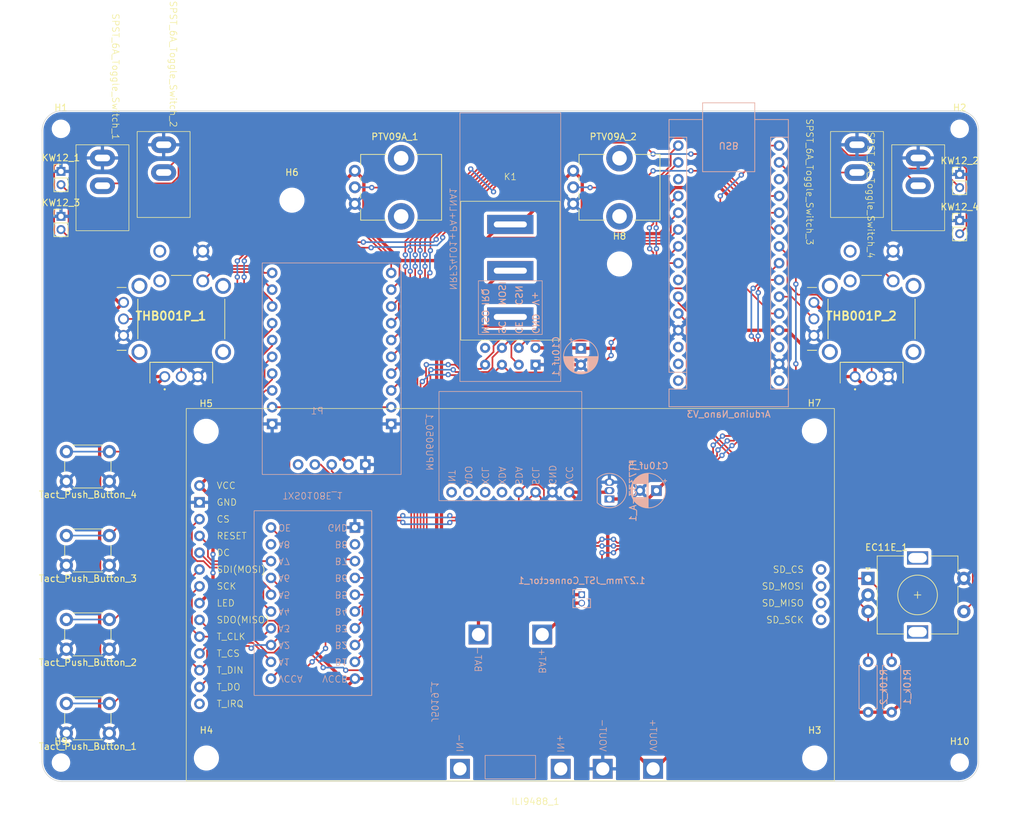
<source format=kicad_pcb>
(kicad_pcb (version 20221018) (generator pcbnew)
  (layers (0 "F.Cu" signal) (31 "B.Cu" signal) (34 "B.Paste" user) (35 "F.Paste" user) (36 "B.SilkS" user "B.Silkscreen") (37 "F.SilkS" user "F.Silkscreen") (38 "B.Mask" user) (39 "F.Mask" user) (44 "Edge.Cuts" user))
  (net 0 "")
  (net 1 "Net-(1.27mm_JST_Connector_1-Pin_1)")
  (net 2 "Net-(1.27mm_JST_Connector_1-Pin_2)")
  (net 6 "GND")
  (net 7 "/RotaryEncoderA (D2)")
  (net 8 "/RotaryEncoderB (D3)")
  (net 10 "/NRF CSN (D5)")
  (net 11 "/NRF CE (D6)")
  (net 12 "/TFT CS (D7)")
  (net 13 "/TFT DC (D8)")
  (net 14 "/Touch Screen CS (D9)")
  (net 15 "/TFT Reset (D10)")
  (net 16 "/MOSI (D11)")
  (net 17 "/MISO (D12)")
  (net 18 "/SCK (D13)")
  (net 19 "/3.3v")
  (net 21 "/Joy Left Y (A0)")
  (net 22 "/Joy Left X (A1)")
  (net 23 "/Pot Left (A6)")
  (net 24 "/Joy Right X (A2)")
  (net 25 "/SDA (A4)")
  (net 26 "/SCL (A5)")
  (net 27 "/Joy Right Y (A3)")
  (net 28 "/Pot Right (A7)")
  (net 29 "/5v")
  (net 32 "Net-(HT7333-A_1-VO)")
  (net 33 "/Rotary Encoder Switch (P00)")
  (net 34 "Net-(ILI9488_1-CS)")
  (net 35 "Net-(ILI9488_1-RESET)")
  (net 36 "Net-(ILI9488_1-DC)")
  (net 37 "Net-(ILI9488_1-SDI(MOSI))")
  (net 38 "Net-(ILI9488_1-SCK)")
  (net 39 "Net-(ILI9488_1-SDO(MISO))")
  (net 40 "Net-(ILI9488_1-T_CS)")
  (net 48 "Net-(J5019_1-BAT+)")
  (net 49 "/Left Bumper A (P07)")
  (net 50 "/Right Bumper A (P11)")
  (net 51 "/Left Bumper B (P10)")
  (net 52 "/Right Bumper B (P12)")
  (net 58 "/Joy Left Button (P01)")
  (net 59 "/Joy Right Button (P02)")
  (net 60 "/Button A (P03)")
  (net 61 "/Button B (P04)")
  (net 62 "/Button C (P05)")
  (net 63 "/Button D (P06)")
  (net 64 "/Toggle A (P13)")
  (net 65 "/Toggle B (P14)")
  (net 66 "/Toggle C (P15)")
  (net 67 "/Toggle D (P16)")
  (net 68 "unconnected-(P1-VDD-Pad18)")
  (footprint "Rotary_Encoder:RotaryEncoder_Alps_EC11E-Switch_Vertical_H20mm" (layer "F.Cu") (at 206.48 113.11)
    (fp_text reference "EC11E_1")
    (fp_text value "RotaryEncoder_Switch")
  )
  (footprint "Potentiometer_THT:Potentiometer_Bourns_PTV09A-1_Single_Vertical" (layer "F.Cu") (at 161.91 56.43)
    (fp_text reference "‎PTV09A_2")
    (fp_text value "R_Potentiometer")
  )
  (footprint "Connector_PinHeader_2.00mm:PinHeader_1x02_P2.00mm_Vertical" (layer "F.Cu") (at 84.455 51.53)
    (fp_text reference "KW12_1")
    (fp_text value "SW_Push Left Bumper A")
  )
  (footprint "Button_Switch_THT:SW_PUSH_6mm" (layer "F.Cu") (at 91.769 98.425 180)
    (fp_text reference "Tact_Push_Button_4")
    (fp_text value "SW_Push D")
  )
  (footprint "MountingHole:MountingHole_3.2mm_M3" (layer "F.Cu") (at 198.380613 90.792332)
    (fp_text reference "H7")
    (fp_text value "MountingHole_Pad")
  )
  (footprint "AddedFootprints:SPST Mini Toggle Switch 2 Pin 2 Position" (layer "F.Cu") (at 99.98 45.495 -90)
    (fp_text reference "SPST_6A_Toggle_Switch_2")
    (fp_text value "SW_DIP_x01")
  )
  (footprint "AddedFootprints:THB001P" (layer "F.Cu") (at 204.535 82.578 180)
    (fp_text reference "THB001P_2")
    (fp_text value "THB001P Joy Right" hide)
  )
  (footprint "MountingHole:MountingHole_3.2mm_M3" (layer "F.Cu") (at 106.406483 90.848865)
    (fp_text reference "H5")
    (fp_text value "MountingHole_Pad")
  )
  (footprint "AddedFootprints:SPST Mini Toggle Switch 2 Pin 2 Position" (layer "F.Cu") (at 214.075 47.495 -90)
    (fp_text reference "SPST_6A_Toggle_Switch_4")
    (fp_text value "SW_DIP_x01")
  )
  (footprint "MountingHole:MountingHole_2.2mm_M2" (layer "F.Cu") (at 84.455 45.085)
    (fp_text reference "H1")
    (fp_text value "MountingHole_Pad")
  )
  (footprint "Connector_PinHeader_2.00mm:PinHeader_1x02_P2.00mm_Vertical" (layer "F.Cu") (at 220.345 58.96)
    (fp_text reference "KW12_4")
    (fp_text value "SW_Push Right Bumper B")
  )
  (footprint "MountingHole:MountingHole_2.2mm_M2" (layer "F.Cu") (at 220.345 140.97)
    (fp_text reference "H10")
    (fp_text value "MountingHole_Pad")
  )
  (footprint "AddedFootprints:KCD1 Mini Rocker Switch" (layer "F.Cu") (at 152.4 66.548)
    (fp_text reference "K1")
    (fp_text value "KCD1 Power Switch")
  )
  (footprint "AddedFootprints:THB001P" (layer "F.Cu") (at 100.145 82.578 180)
    (fp_text reference "THB001P_1")
    (fp_text value "THB001P Joy Left" hide)
  )
  (footprint "MountingHole:MountingHole_2.2mm_M2" (layer "F.Cu") (at 84.455 140.97)
    (fp_text reference "H9")
    (fp_text value "MountingHole_Pad")
  )
  (footprint "MountingHole:MountingHole_3.2mm_M3" (layer "F.Cu") (at 119.38 55.88)
    (fp_text reference "H6")
    (fp_text value "MountingHole_Pad")
  )
  (footprint "MountingHole:MountingHole_2.2mm_M2" (layer "F.Cu") (at 220.345 45.085)
    (fp_text reference "H2")
    (fp_text value "MountingHole_Pad")
  )
  (footprint "MountingHole:MountingHole_3.2mm_M3" (layer "F.Cu") (at 106.445281 140.281516)
    (fp_text reference "H4")
    (fp_text value "MountingHole_Pad")
  )
  (footprint "Button_Switch_THT:SW_PUSH_6mm" (layer "F.Cu") (at 91.769 111.125 180)
    (fp_text reference "Tact_Push_Button_3")
    (fp_text value "SW_Push C")
  )
  (footprint "MountingHole:MountingHole_3.2mm_M3" (layer "F.Cu") (at 198.426474 140.286325)
    (fp_text reference "H3")
    (fp_text value "MountingHole_Pad")
  )
  (footprint "AddedFootprints:SPST Mini Toggle Switch 2 Pin 2 Position" (layer "F.Cu") (at 204.82 45.495 -90)
    (fp_text reference "SPST_6A_Toggle_Switch_3")
    (fp_text value "SW_DIP_x01")
  )
  (footprint "Button_Switch_THT:SW_PUSH_6mm" (layer "F.Cu") (at 91.769 123.825 180)
    (fp_text reference "Tact_Push_Button_2")
    (fp_text value "SW_Push B")
  )
  (footprint "Connector_PinHeader_2.00mm:PinHeader_1x02_P2.00mm_Vertical" (layer "F.Cu") (at 84.455 58.325)
    (fp_text reference "KW12_3")
    (fp_text value "SW_Push Left Bumper B")
  )
  (footprint "MountingHole:MountingHole_3.2mm_M3" (layer "F.Cu") (at 168.91 65.532)
    (fp_text reference "H8")
    (fp_text value "MountingHole_Pad")
  )
  (footprint "Button_Switch_THT:SW_PUSH_6mm" (layer "F.Cu") (at 91.769 136.525 180)
    (fp_text reference "Tact_Push_Button_1")
    (fp_text value "SW_Push A")
  )
  (footprint "AddedFootprints:SPST Mini Toggle Switch 2 Pin 2 Position" (layer "F.Cu") (at 90.725 47.495 -90)
    (fp_text reference "SPST_6A_Toggle_Switch_1")
    (fp_text value "SW_DIP_x01")
  )
  (footprint "Potentiometer_THT:Potentiometer_Bourns_PTV09A-1_Single_Vertical" (layer "F.Cu") (at 128.89 56.43)
    (fp_text reference "‎PTV09A_1")
    (fp_text value "R_Potentiometer")
  )
  (footprint "Connector_PinHeader_2.00mm:PinHeader_1x02_P2.00mm_Vertical" (layer "F.Cu") (at 220.345 51.975)
    (fp_text reference "KW12_2")
    (fp_text value "SW_Push Right Bumper A")
  )
  (footprint "AddedFootprints:3.5 Inch Screen SPI_Module_ILI9488" (layer "F.Cu") (at 105.4 99.06)
    (fp_text reference "ILI9488_1")
    (fp_text value "Screen ILI9488")
  )
  (footprint "Resistor_THT:R_Axial_DIN0207_L6.3mm_D2.5mm_P7.62mm_Horizontal" (layer "B.Cu") (at 206.502 133.35 90)
    (fp_text reference "R10k_2")
    (fp_text value "R 10k")
  )
  (footprint "Package_TO_SOT_THT:TO-92_Inline" (layer "B.Cu") (at 167.386 101.092 90)
    (fp_text reference "HT7333-A_1")
    (fp_text value "HT7333-3.3_TO92")
  )
  (footprint "Connector_PinSocket_1.27mm:PinSocket_1x02_P1.27mm_Vertical" (layer "B.Cu") (at 163.195 115.57 180)
    (fp_text reference "1.27mm_JST_Connector_1")
    (fp_text value "Conn_01x02_Socket")
  )
  (footprint "AddedFootprints:MPU6050 Gyroscope" (layer "B.Cu") (at 161.299313 100.065419 90)
    (fp_text reference "MPU6050_1")
    (fp_text value "MPU6050 Gyroscope")
  )
  (footprint "AddedFootprints:J5019 Charger" (layer "B.Cu") (at 173.993722 141.916834 90)
    (fp_text reference "J5019_1")
    (fp_text value "J5019 Charger")
  )
  (footprint "AddedFootprints:NRF24L01+ Antenna" (layer "B.Cu") (at 156.21 80.772 90)
    (fp_text reference "NRF24L01+PA+LNA1")
    (fp_text value "NRF24L01")
  )
  (footprint "Module:Arduino_Nano" (layer "B.Cu") (at 177.8 83.185)
    (fp_text reference "Arduino_Nano_V3")
    (fp_text value "Arduino_Nano_v2.x")
  )
  (footprint "AddedFootprints:PCF8575 Module" (layer "B.Cu") (at 135.89 65.38 180)
    (fp_text reference "P1")
    (fp_text value "PCF8575 ")
  )
  (footprint "AddedFootprints:HW-221 Level Shifter" (layer "B.Cu") (at 116.205 128.27)
    (fp_text reference "TXS0108E_1")
    (fp_text value "Level Shifter TXS0108EPW")
  )
  (footprint "Resistor_THT:R_Axial_DIN0207_L6.3mm_D2.5mm_P7.62mm_Horizontal" (layer "B.Cu") (at 210.058 133.35 90)
    (fp_text reference "R10k_1")
    (fp_text value "R 10k")
  )
  (footprint "Capacitor_THT:CP_Radial_D5.0mm_P2.50mm" (layer "B.Cu") (at 174.498 99.822 180)
    (fp_text reference "C10uf_3")
    (fp_text value "10uf")
  )
  (footprint "Capacitor_THT:CP_Radial_D5.0mm_P2.50mm" (layer "B.Cu") (at 163.068 78.296888 -90)
    (fp_text reference "C10uf_1")
    (fp_text value "10uf")
  )
  (gr_arc (start 223.2125 140.8275) (mid 222.33382 142.94882) (end 220.2125 143.8275) (stroke (width 0.1)) (layer "Edge.Cuts"))
  (gr_line (start 81.6075 140.8275) (end 81.6075 45.3545) (stroke (width 0.1)) (layer "Edge.Cuts"))
  (gr_line (start 84.6075 42.3545) (end 220.2125 42.3545) (stroke (width 0.1)) (layer "Edge.Cuts"))
  (gr_arc (start 84.6075 143.8275) (mid 82.48618 142.94882) (end 81.6075 140.8275) (stroke (width 0.1)) (layer "Edge.Cuts"))
  (gr_line (start 223.2125 45.3545) (end 223.2125 140.8275) (stroke (width 0.1)) (layer "Edge.Cuts"))
  (gr_line (start 220.2125 143.8275) (end 84.6075 143.8275) (stroke (width 0.1)) (layer "Edge.Cuts"))
  (gr_arc (start 81.6075 45.3545) (mid 82.48618 43.23318) (end 84.6075 42.3545) (stroke (width 0.1)) (layer "Edge.Cuts"))
  (gr_arc (start 220.2125 42.3545) (mid 222.33382 43.23318) (end 223.2125 45.3545) (stroke (width 0.1)) (layer "Edge.Cuts"))
  (segment (start 141.9865 109.7285) (end 147.828 115.57) (width 0.5) (layer "F.Cu") (net 1))
  (segment (start 141.9865 76.836734) (end 141.9865 109.7285) (width 0.5) (layer "F.Cu") (net 1))
  (segment (start 151.003 74.945) (end 143.878234 74.945) (width 0.5) (layer "F.Cu") (net 1))
  (segment (start 143.878234 74.945) (end 141.9865 76.836734) (width 0.5) (layer "F.Cu") (net 1))
  (segment (start 147.828 115.57) (end 163.195 115.57) (width 0.5) (layer "F.Cu") (net 1))
  (segment (start 152.4 73.548) (end 151.003 74.945) (width 0.5) (layer "F.Cu") (net 1))
  (segment (start 157.559166 121.596834) (end 157.229722 121.596834) (width 0.5) (layer "F.Cu") (net 2))
  (segment (start 163.195 116.84) (end 162.316 116.84) (width 0.5) (layer "F.Cu") (net 2))
  (segment (start 162.316 116.84) (end 157.559166 121.596834) (width 0.5) (layer "F.Cu") (net 2))
  (segment (start 156.21 80.772) (end 163.043112 80.772) (width 0.5) (layer "F.Cu") (net 6))
  (segment (start 163.043112 80.772) (end 163.068 80.796888) (width 0.5) (layer "F.Cu") (net 6))
  (segment (start 177.8 73.025) (end 179.07 74.295) (width 0.25) (layer "F.Cu") (net 7))
  (segment (start 204.766 116.396) (end 206.48 118.11) (width 0.25) (layer "F.Cu") (net 7))
  (segment (start 206.502 125.73) (end 206.502 118.132) (width 0.25) (layer "F.Cu") (net 7))
  (segment (start 206.502 118.132) (end 206.48 118.11) (width 0.25) (layer "F.Cu") (net 7))
  (segment (start 204.766 113.58) (end 204.766 116.396) (width 0.25) (layer "F.Cu") (net 7))
  (segment (start 179.07 87.884) (end 204.766 113.58) (width 0.25) (layer "F.Cu") (net 7))
  (segment (start 179.07 74.295) (end 179.07 87.884) (width 0.25) (layer "F.Cu") (net 7))
  (segment (start 177.8 71.412838) (end 179.54 73.152838) (width 0.25) (layer "F.Cu") (net 8))
  (segment (start 210.058 116.688) (end 206.48 113.11) (width 0.25) (layer "F.Cu") (net 8))
  (segment (start 177.8 70.485) (end 177.8 71.412838) (width 0.25) (layer "F.Cu") (net 8))
  (segment (start 210.058 125.73) (end 210.058 116.688) (width 0.25) (layer "F.Cu") (net 8))
  (segment (start 204.96068 113.11) (end 206.48 113.11) (width 0.25) (layer "F.Cu") (net 8))
  (segment (start 179.54 87.68932) (end 204.96068 113.11) (width 0.25) (layer "F.Cu") (net 8))
  (segment (start 179.54 73.152838) (end 179.54 87.68932) (width 0.25) (layer "F.Cu") (net 8))
  (segment (start 175.438 65.89168) (end 175.92468 65.405) (width 0.25) (layer "F.Cu") (net 10))
  (segment (start 166.08 77.125) (end 175.438 67.767) (width 0.25) (layer "F.Cu") (net 10))
  (segment (start 175.438 67.767) (end 175.438 65.89168) (width 0.25) (layer "F.Cu") (net 10))
  (segment (start 175.92468 65.405) (end 177.8 65.405) (width 0.25) (layer "F.Cu") (net 10))
  (segment (start 153.67 78.232) (end 154.777 77.125) (width 0.25) (layer "F.Cu") (net 10))
  (segment (start 154.777 77.125) (end 166.08 77.125) (width 0.25) (layer "F.Cu") (net 10))
  (segment (start 153.68824 76.655) (end 165.88532 76.655) (width 0.25) (layer "F.Cu") (net 11))
  (segment (start 174.968 65.697) (end 177.8 62.865) (width 0.25) (layer "F.Cu") (net 11))
  (segment (start 152.563 79.665) (end 152.563 77.78024) (width 0.25) (layer "F.Cu") (net 11))
  (segment (start 152.563 77.78024) (end 153.68824 76.655) (width 0.25) (layer "F.Cu") (net 11))
  (segment (start 165.88532 76.655) (end 174.968 67.57232) (width 0.25) (layer "F.Cu") (net 11))
  (segment (start 153.67 80.772) (end 152.563 79.665) (width 0.25) (layer "F.Cu") (net 11))
  (segment (start 174.968 67.57232) (end 174.968 65.697) (width 0.25) (layer "F.Cu") (net 11))
  (segment (start 150.245 62.48) (end 175.645 62.48) (width 0.25) (layer "F.Cu") (net 12))
  (segment (start 175.645 62.48) (end 177.8 60.325) (width 0.25) (layer "F.Cu") (net 12))
  (segment (start 147.32 65.405) (end 150.245 62.48) (width 0.25) (layer "F.Cu") (net 12))
  (segment (start 138.354 108.661) (end 138.354 77.055944) (width 0.25) (layer "F.Cu") (net 12))
  (segment (start 138.745 76.664944) (end 138.745 73.951716) (width 0.25) (layer "F.Cu") (net 12))
  (segment (start 128.905 118.11) (end 138.354 108.661) (width 0.25) (layer "F.Cu") (net 12))
  (segment (start 147.291716 65.405) (end 147.32 65.405) (width 0.25) (layer "F.Cu") (net 12))
  (segment (start 138.745 73.951716) (end 147.291716 65.405) (width 0.25) (layer "F.Cu") (net 12))
  (segment (start 138.354 77.055944) (end 138.745 76.664944) (width 0.25) (layer "F.Cu") (net 12))
  (segment (start 137.884 80.86973) (end 137.864 80.84973) (width 0.25) (layer "F.Cu") (net 13))
  (segment (start 130.78032 115.57) (end 137.884 108.46632) (width 0.25) (layer "F.Cu") (net 13))
  (segment (start 137.864 80.84973) (end 137.864 76.909548) (width 0.25) (layer "F.Cu") (net 13))
  (segment (start 138.295 73.76532) (end 150.05032 62.01) (width 0.25) (layer "F.Cu") (net 13))
  (segment (start 176.655 60.80532) (end 176.655 58.93) (width 0.25) (layer "F.Cu") (net 13))
  (segment (start 128.905 115.57) (end 130.78032 115.57) (width 0.25) (layer "F.Cu") (net 13))
  (segment (start 137.884 108.46632) (end 137.884 80.86973) (width 0.25) (layer "F.Cu") (net 13))
  (segment (start 176.655 58.93) (end 177.8 57.785) (width 0.25) (layer "F.Cu") (net 13))
  (segment (start 150.05032 62.01) (end 175.45032 62.01) (width 0.25) (layer "F.Cu") (net 13))
  (segment (start 175.45032 62.01) (end 176.655 60.80532) (width 0.25) (layer "F.Cu") (net 13))
  (segment (start 137.864 76.909548) (end 138.295 76.478548) (width 0.25) (layer "F.Cu") (net 13))
  (segment (start 138.295 76.478548) (end 138.295 73.76532) (width 0.25) (layer "F.Cu") (net 13))
  (segment (start 176.185 60.61064) (end 175.25564 61.54) (width 0.25) (layer "F.Cu") (net 14))
  (segment (start 176.185 56.733) (end 176.185 60.61064) (width 0.25) (layer "F.Cu") (net 14))
  (segment (start 137.845 73.55064) (end 137.845 76.292152) (width 0.25) (layer "F.Cu") (net 14))
  (segment (start 132.65564 113.03) (end 128.905 113.03) (width 0.25) (layer "F.Cu") (net 14))
  (segment (start 137.845 76.292152) (end 137.414 76.723152) (width 0.25) (layer "F.Cu") (net 14))
  (segment (start 177.8 55.245) (end 177.673 55.245) (width 0.25) (layer "F.Cu") (net 14))
  (segment (start 137.414 108.27164) (end 132.65564 113.03) (width 0.25) (layer "F.Cu") (net 14))
  (segment (start 177.673 55.245) (end 176.185 56.733) (width 0.25) (layer "F.Cu") (net 14))
  (segment (start 175.25564 61.54) (end 149.85564 61.54) (width 0.25) (layer "F.Cu") (net 14))
  (segment (start 149.85564 61.54) (end 137.845 73.55064) (width 0.25) (layer "F.Cu") (net 14))
  (segment (start 137.414 76.723152) (end 137.414 108.27164) (width 0.25) (layer "F.Cu") (net 14))
  (segment (start 116.39 84.66) (end 115.39468 84.66) (width 0.25) (layer "F.Cu") (net 15))
  (segment (start 114.673 133.485) (end 122.428 125.73) (width 0.25) (layer "F.Cu") (net 15))
  (segment (start 128.651 110.236) (end 128.905 110.49) (width 0.25) (layer "F.Cu") (net 15))
  (segment (start 125.73 110.236) (end 128.651 110.236) (width 0.25) (layer "F.Cu") (net 15))
  (segment (start 124.46 123.698) (end 124.46 111.506) (width 0.25) (layer "F.Cu") (net 15))
  (segment (start 124.46 111.506) (end 125.73 110.236) (width 0.25) (layer "F.Cu") (net 15))
  (segment (start 99.195 133.485) (end 114.673 133.485) (width 0.25) (layer "F.Cu") (net 15))
  (segment (start 103.90272 86.208) (end 95.212 94.89872) (width 0.25) (layer "F.Cu") (net 15))
  (segment (start 95.212 94.89872) (end 95.212 129.502) (width 0.25) (layer "F.Cu") (net 15))
  (segment (start 113.84668 86.208) (end 103.90272 86.208) (width 0.25) (layer "F.Cu") (net 15))
  (segment (start 115.39468 84.66) (end 113.84668 86.208) (width 0.25) (layer "F.Cu") (net 15))
  (segment (start 95.212 129.502) (end 99.195 133.485) (width 0.25) (layer "F.Cu") (net 15))
  (via (at 124.46 123.698) (size 0.8) (drill 0.4) (layers "F.Cu" "B.Cu") (net 15))
  (via (at 122.428 125.73) (size 0.8) (drill 0.4) (layers "F.Cu" "B.Cu") (net 15))
  (segment (start 122.428 125.73) (end 124.46 123.698) (width 0.25) (layer "B.Cu") (net 15))
  (segment (start 174.498371 60.02782) (end 174.498371 53.466629) (width 0.25) (layer "F.Cu") (net 16))
  (segment (start 130.99 118.01904) (end 130.99 123.645) (width 0.25) (layer "F.Cu") (net 16))
  (segment (start 140.1215 82.30682) (end 140.3135 82.49882) (width 0.25) (layer "F.Cu") (net 16))
  (segment (start 144.109 81.879) (end 149.04176 81.879) (width 0.25) (layer "F.Cu") (net 16))
  (segment (start 139.764 109.24504) (end 130.99 118.01904) (width 0.25) (layer "F.Cu") (net 16))
  (segment (start 149.697 79.665) (end 151.13 78.232) (width 0.25) (layer "F.Cu") (net 16))
  (segment (start 165.69064 76.185) (end 153.177 76.185) (width 0.25) (layer "F.Cu") (net 16))
  (segment (start 149.697 81.22376) (end 149.697 79.665) (width 0.25) (layer "F.Cu") (net 16))
  (segment (start 174.498 67.37764) (end 165.69064 76.185) (width 0.25) (layer "F.Cu") (net 16))
  (segment (start 174.498 63.2245) (end 174.498 67.37764) (width 0.25) (layer "F.Cu") (net 16))
  (segment (start 140.3965 81.534) (end 140.1215 81.809) (width 0.25) (layer "F.Cu") (net 16))
  (segment (start 174.450691 60.0755) (end 174.498371 60.02782) (width 0.25) (layer "F.Cu") (net 16))
  (segment (start 140.3135 83.81527) (end 139.764 84.36477) (width 0.25) (layer "F.Cu") (net 16))
  (segment (start 153.177 76.185) (end 151.13 78.232) (width 0.25) (layer "F.Cu") (net 16))
  (segment (start 149.04176 81.879) (end 149.697 81.22376) (width 0.25) (layer "F.Cu") (net 16))
  (segment (start 139.764 84.36477) (end 139.764 109.24504) (width 0.25) (layer "F.Cu") (net 16))
  (segment (start 140.1215 81.809) (end 140.1215 82.30682) (width 0.25) (layer "F.Cu") (net 16))
  (segment (start 130.99 123.645) (end 128.905 125.73) (width 0.25) (layer "F.Cu") (net 16))
  (segment (start 174.498371 53.466629) (end 177.8 50.165) (width 0.25) (layer "F.Cu") (net 16))
  (segment (start 140.3135 82.49882) (end 140.3135 83.81527) (width 0.25) (layer "F.Cu") (net 16))
  (segment (start 143.764 81.534) (end 144.109 81.879) (width 0.25) (layer "F.Cu") (net 16))
  (via (at 174.450691 60.0755) (size 0.8) (drill 0.4) (layers "F.Cu" "B.Cu") (net 16))
  (via (at 143.764 81.534) (size 0.8) (drill 0.4) (layers "F.Cu" "B.Cu") (net 16))
  (via (at 174.498 63.2245) (size 0.8) (drill 0.4) (layers "F.Cu" "B.Cu") (net 16))
  (via (at 140.3965 81.534) (size 0.8) (drill 0.4) (layers "F.Cu" "B.Cu") (net 16))
  (segment (start 174.498 63.2245) (end 174.450691 63.177191) (width 0.25) (layer "B.Cu") (net 16))
  (segment (start 143.764 81.534) (end 140.3965 81.534) (width 0.25) (layer "B.Cu") (net 16))
  (segment (start 174.450691 63.177191) (end 174.450691 60.0755) (width 0.25) (layer "B.Cu") (net 16))
  (segment (start 176.655 48.77) (end 177.8 47.625) (width 0.25) (layer "F.Cu") (net 17))
  (segment (start 173.431188 60.041413) (end 174.028371 59.44423) (width 0.25) (layer "F.Cu") (net 17))
  (segment (start 139.294 109.05036) (end 130.52 117.82436) (width 0.25) (layer "F.Cu") (net 17))
  (segment (start 144.69259 81.409) (end 144.05559 80.772) (width 0.25) (layer "F.Cu") (net 17))
  (segment (start 139.6515 80.8205) (end 139.6515 82.5015) (width 0.25) (layer "F.Cu") (net 17))
  (segment (start 173.478497 63.258587) (end 174.028 63.80809) (width 0.25) (layer "F.Cu") (net 17))
  (segment (start 149.86 78.83732) (end 148.59 80.10732) (width 0.25) (layer "F.Cu") (net 17))
  (segment (start 139.7 80.772) (end 139.6515 80.8205) (width 0.25) (layer "F.Cu") (net 17))
  (segment (start 148.59 80.10732) (end 148.59 80.772) (width 0.25) (layer "F.Cu") (net 17))
  (segment (start 149.86 77.94324) (end 149.86 78.83732) (width 0.25) (layer "F.Cu") (net 17))
  (segment (start 174.028 63.80809) (end 174.028 67.18296) (width 0.25) (layer "F.Cu") (net 17))
  (segment (start 139.8435 82.6935) (end 139.8435 83.62059) (width 0.25) (layer "F.Cu") (net 17))
  (segment (start 165.49596 75.715) (end 152.08824 75.715) (width 0.25) (layer "F.Cu") (net 17))
  (segment (start 148.59 80.772) (end 147.953 81.409) (width 0.25) (layer "F.Cu") (net 17))
  (segment (start 173.478497 63.2245) (end 173.478497 63.258587) (width 0.25) (layer "F.Cu") (net 17))
  (segment (start 139.294 84.17009) (end 139.294 109.05036) (width 0.25) (layer "F.Cu") (net 17))
  (segment (start 130.52 117.82436) (end 130.52 121.575) (width 0.25) (layer "F.Cu") (net 17))
  (segment (start 152.08824 75.715) (end 149.86 77.94324) (width 0.25) (layer "F.Cu") (net 17))
  (segment (start 174.028371 59.44423) (end 174.028371 53.271949) (width 0.25) (layer "F.Cu") (net 17))
  (segment (start 174.028 67.18296) (end 165.49596 75.715) (width 0.25) (layer "F.Cu") (net 17))
  (segment (start 173.431188 60.0755) (end 173.431188 60.041413) (width 0.25) (layer "F.Cu") (net 17))
  (segment (start 144.05559 80.772) (end 143.002 80.772) (width 0.25) (layer "F.Cu") (net 17))
  (segment (start 130.52 121.575) (end 128.905 123.19) (width 0.25) (layer "F.Cu") (net 17))
  (segment (start 139.8435 83.62059) (end 139.294 84.17009) (width 0.25) (layer "F.Cu") (net 17))
  (segment (start 147.953 81.409) (end 144.69259 81.409) (width 0.25) (layer "F.Cu") (net 17))
  (segment (start 139.6515 82.5015) (end 139.8435 82.6935) (width 0.25) (layer "F.Cu") (net 17))
  (segment (start 174.028371 53.271949) (end 176.655 50.64532) (width 0.25) (layer "F.Cu") (net 17))
  (segment (start 176.655 50.64532) (end 176.655 48.77) (width 0.25) (layer "F.Cu") (net 17))
  (via (at 173.478497 63.2245) (size 0.8) (drill 0.4) (layers "F.Cu" "B.Cu") (net 17))
  (via (at 139.7 80.772) (size 0.8) (drill 0.4) (layers "F.Cu" "B.Cu") (net 17))
  (via (at 173.431188 60.0755) (size 0.8) (drill 0.4) (layers "F.Cu" "B.Cu") (net 17))
  (via (at 143.002 80.772) (size 0.8) (drill 0.4) (layers "F.Cu" "B.Cu") (net 17))
  (segment (start 173.482 63.220997) (end 173.482 60.160399) (width 0.25) (layer "B.Cu") (net 17))
  (segment (start 173.431188 60.109587) (end 173.431188 60.0755) (width 0.25) (layer "B.Cu") (net 17))
  (segment (start 143.002 80.772) (end 139.7 80.772) (width 0.25) (layer "B.Cu") (net 17))
  (segment (start 173.482 60.160399) (end 173.431188 60.109587) (width 0.25) (layer "B.Cu") (net 17))
  (segment (start 173.478497 63.2245) (end 173.482 63.220997) (width 0.25) (layer "B.Cu") (net 17))
  (segment (start 138.824 108.85568) (end 130.05 117.62968) (width 0.25) (layer "F.Cu") (net 18))
  (segment (start 175.852388 69.215) (end 167.64 77.427388) (width 0.25) (layer "F.Cu") (net 18))
  (segment (start 179.07 69.215) (end 175.852388 69.215) (width 0.25) (layer "F.Cu") (net 18))
  (segment (start 167.64 79.375) (end 165.073112 81.941888) (width 0.25) (layer "F.Cu") (net 18))
  (segment (start 193.04 47.625) (end 191.77 47.625) (width 0.25) (layer "F.Cu") (net 18))
  (segment (start 139.0985 83.312) (end 138.824 83.5865) (width 0.25) (layer "F.Cu") (net 18))
  (segment (start 143.0725 82.349) (end 149.553 82.349) (width 0.25) (layer "F.Cu") (net 18))
  (segment (start 165.073112 81.941888) (end 152.299888 81.941888) (width 0.25) (layer "F.Cu") (net 18))
  (segment (start 152.299888 81.941888) (end 151.13 80.772) (width 0.25) (layer "F.Cu") (net 18))
  (segment (start 184.15 64.135) (end 179.07 69.215) (width 0.25) (layer "F.Cu") (net 18))
  (segment (start 143.002 82.2785) (end 143.0725 82.349) (width 0.25) (layer "F.Cu") (net 18))
  (segment (start 191.77 47.625) (end 187.325 52.07) (width 0.25) (layer "F.Cu") (net 18))
  (segment (start 149.553 82.349) (end 151.13 80.772) (width 0.25) (layer "F.Cu") (net 18))
  (segment (start 184.15 55.245) (end 184.15 64.135) (width 0.25) (layer "F.Cu") (net 18))
  (segment (start 130.05 119.505) (end 128.905 120.65) (width 0.25) (layer "F.Cu") (net 18))
  (segment (start 130.05 117.62968) (end 130.05 119.505) (width 0.25) (layer "F.Cu") (net 18))
  (segment (start 138.824 83.5865) (end 138.824 108.85568) (width 0.25) (layer "F.Cu") (net 18))
  (via (at 184.15 55.245) (size 0.8) (drill 0.4) (layers "F.Cu" "B.Cu") (net 18))
  (via (at 167.64 79.375) (size 0.8) (drill 0.4) (layers "F.Cu" "B.Cu") (net 18))
  (via (at 143.002 82.2785) (size 0.8) (drill 0.4) (layers "F.Cu" "B.Cu") (net 18))
  (via (at 139.0985 83.312) (size 0.8) (drill 0.4) (layers "F.Cu" "B.Cu") (net 18))
  (via (at 167.64 77.427388) (size 0.8) (drill 0.4) (layers "F.Cu" "B.Cu") (net 18))
  (via (at 187.325 52.07) (size 0.8) (drill 0.4) (layers "F.Cu" "B.Cu") (net 18))
  (segment (start 140.1145 82.296) (end 142.9845 82.296) (width 0.25) (layer "B.Cu") (net 18))
  (segment (start 139.0985 83.312) (end 140.1145 82.296) (width 0.25) (layer "B.Cu") (net 18))
  (segment (start 167.64 77.427388) (end 167.64 79.375) (width 0.25) (layer "B.Cu") (net 18))
  (segment (start 142.9845 82.296) (end 143.002 82.2785) (width 0.25) (layer "B.Cu") (net 18))
  (segment (start 187.325 52.07) (end 184.15 55.245) (width 0.25) (layer "B.Cu") (net 18))
  (segment (start 155.643904 127) (end 127.508 127) (width 0.25) (layer "F.Cu") (net 19))
  (segment (start 166.2625 109.22) (end 166.2625 116.381404) (width 0.25) (layer "F.Cu") (net 19))
  (segment (start 118.29 107.495) (end 118.29 126.185) (width 0.25) (layer "F.Cu") (net 19))
  (segment (start 195.58 83.566) (end 186.129385 93.016615) (width 0.25) (layer "F.Cu") (net 19))
  (segment (start 195.58 68.58) (end 195.58 52.705) (width 0.25) (layer "F.Cu") (net 19))
  (segment (start 170.221503 108.670497) (end 184.404 94.488) (width 0.25) (layer "F.Cu") (net 19))
  (segment (start 192.405 50.165) (end 193.04 50.165) (width 0.25) (layer "F.Cu") (net 19))
  (segment (start 166.2625 116.381404) (end 155.643904 127) (width 0.25) (layer "F.Cu") (net 19))
  (segment (start 168.58509 108.670497) (end 170.221503 108.670497) (width 0.25) (layer "F.Cu") (net 19))
  (segment (start 168.276003 108.945497) (end 168.31009 108.945497) (width 0.25) (layer "F.Cu") (net 19))
  (segment (start 168.31009 108.945497) (end 168.58509 108.670497) (width 0.25) (layer "F.Cu") (net 19))
  (segment (start 168.0015 109.22) (end 168.276003 108.945497) (width 0.25) (layer "F.Cu") (net 19))
  (segment (start 195.58 52.705) (end 193.04 50.165) (width 0.25) (layer "F.Cu") (net 19))
  (segment (start 124.09917 126.34758) (end 124.09917 126.59883) (width 0.25) (layer "F.Cu") (net 19))
  (segment (start 116.205 128.27) (end 119.761 124.714) (width 0.25) (layer "F.Cu") (net 19))
  (segment (start 195.58 80.645) (end 195.58 83.566) (width 0.25) (layer "F.Cu") (net 19))
  (segment (start 118.29 126.185) (end 116.205 128.27) (width 0.25) (layer "F.Cu") (net 19))
  (segment (start 122.46559 124.714) (end 124.09917 126.34758) (width 0.25) (layer "F.Cu") (net 19))
  (segment (start 186.129385 93.016615) (end 185.920179 93.016615) (width 0.25) (layer "F.Cu") (net 19))
  (segment (start 120.396 124.714) (end 122.46559 124.714) (width 0.25) (layer "F.Cu") (net 19))
  (segment (start 119.761 124.714) (end 120.396 124.714) (width 0.25) (layer "F.Cu") (net 19))
  (segment (start 116.205 105.41) (end 118.29 107.495) (width 0.25) (layer "F.Cu") (net 19))
  (via (at 166.2625 109.22) (size 0.8) (drill 0.4) (layers "F.Cu" "B.Cu") (net 19))
  (via (at 185.920179 93.016615) (size 0.8) (drill 0.4) (layers "F.Cu" "B.Cu") (net 19))
  (via (at 195.58 68.58) (size 0.8) (drill 0.4) (layers "F.Cu" "B.Cu") (net 19))
  (via (at 184.404 94.488) (size 0.8) (drill 0.4) (layers "F.Cu" "B.Cu") (net 19))
  (via (at 168.0015 109.22) (size 0.8) (drill 0.4) (layers "F.Cu" "B.Cu") (net 19))
  (via (at 124.09917 126.59883) (size 0.8) (drill 0.4) (layers "F.Cu" "B.Cu") (net 19))
  (via (at 195.58 80.645) (size 0.8) (drill 0.4) (layers "F.Cu" "B.Cu") (net 19))
  (via (at 127.508 127) (size 0.8) (drill 0.4) (layers "F.Cu" "B.Cu") (net 19))
  (segment (start 195.58 68.58) (end 195.58 80.645) (width 0.25) (layer "B.Cu") (net 19))
  (segment (start 166.2625 109.22) (end 168.0015 109.22) (width 0.25) (layer "B.Cu") (net 19))
  (segment (start 124.09917 126.59883) (end 127.10683 126.59883) (width 0.25) (layer "B.Cu") (net 19))
  (segment (start 185.875385 93.016615) (end 184.404 94.488) (width 0.25) (layer "B.Cu") (net 19))
  (segment (start 185.920179 93.016615) (end 185.875385 93.016615) (width 0.25) (layer "B.Cu") (net 19))
  (segment (start 127.10683 126.59883) (end 127.508 127) (width 0.25) (layer "B.Cu") (net 19))
  (segment (start 113.9745 62.23) (end 128.27 62.23) (width 0.25) (layer "F.Cu") (net 21))
  (segment (start 111.125 65.0795) (end 113.9745 62.23) (width 0.25) (layer "F.Cu") (net 21))
  (segment (start 188.62468 55.245) (end 179.37968 46) (width 0.25) (layer "F.Cu") (net 21))
  (segment (start 106.492 73.848) (end 111.125 69.215) (width 0.25) (layer "F.Cu") (net 21))
  (segment (start 156.61608 46) (end 179.37968 46) (width 0.25) (layer "F.Cu") (net 21))
  (segment (start 93.915 73.848) (end 106.492 73.848) (width 0.25) (layer "F.Cu") (net 21))
  (segment (start 141.189642 61.814642) (end 141.189642 61.426438) (width 0.25) (layer "F.Cu") (net 21))
  (segment (start 111.125 69.215) (end 111.125 67.5085) (width 0.25) (layer "F.Cu") (net 21))
  (segment (start 128.27 62.23) (end 130.175 62.23) (width 0.25) (layer "F.Cu") (net 21))
  (segment (start 188.62468 55.245) (end 193.04 55.245) (width 0.25) (layer "F.Cu") (net 21))
  (segment (start 141.189642 61.426438) (end 156.61608 46) (width 0.25) (layer "F.Cu") (net 21))
  (via (at 141.189642 61.814642) (size 0.8) (drill 0.4) (layers "F.Cu" "B.Cu") (net 21))
  (via (at 111.125 67.5085) (size 0.8) (drill 0.4) (layers "F.Cu" "B.Cu") (net 21))
  (via (at 111.125 65.0795) (size 0.8) (drill 0.4) (layers "F.Cu" "B.Cu") (net 21))
  (via (at 130.175 62.23) (size 0.8) (drill 0.4) (layers "F.Cu" "B.Cu") (net 21))
  (segment (start 130.175 62.23) (end 140.774284 62.23) (width 0.25) (layer "B.Cu") (net 21))
  (segment (start 111.125 67.5085) (end 111.125 65.0795) (width 0.25) (layer "B.Cu") (net 21))
  (segment (start 140.774284 62.23) (end 141.189642 61.814642) (width 0.25) (layer "B.Cu") (net 21))
  (segment (start 193.04 57.785) (end 190.5 57.785) (width 0.25) (layer "F.Cu") (net 22))
  (segment (start 102.645 75.813) (end 104.14 74.318) (width 0.25) (layer "F.Cu") (net 22))
  (segment (start 131.34955 63.06995) (end 129.74495 63.06995) (width 0.25) (layer "F.Cu") (net 22))
  (segment (start 104.14 74.318) (end 106.68668 74.318) (width 0.25) (layer "F.Cu") (net 22))
  (segment (start 156.81076 46.47) (end 142.168008 61.112752) (width 0.25) (layer "F.Cu") (net 22))
  (segment (start 102.645 82.578) (end 102.645 75.813) (width 0.25) (layer "F.Cu") (net 22))
  (segment (start 106.68668 74.318) (end 112.144503 68.860177) (width 0.25) (layer "F.Cu") (net 22))
  (segment (start 129.74495 63.06995) (end 129.375 62.7) (width 0.25) (layer "F.Cu") (net 22))
  (segment (start 179.185 46.47) (end 156.81076 46.47) (width 0.25) (layer "F.Cu") (net 22))
  (segment (start 190.5 57.785) (end 179.185 46.47) (width 0.25) (layer "F.Cu") (net 22))
  (segment (start 114.16918 62.7) (end 112.177361 64.691819) (width 0.25) (layer "F.Cu") (net 22))
  (segment (start 112.177361 64.691819) (end 112.177361 65.0795) (width 0.25) (layer "F.Cu") (net 22))
  (segment (start 129.375 62.7) (end 114.16918 62.7) (width 0.25) (layer "F.Cu") (net 22))
  (segment (start 112.144503 68.860177) (end 112.144503 67.5085) (width 0.25) (layer "F.Cu") (net 22))
  (segment (start 142.168008 61.112752) (end 142.168008 61.52796) (width 0.25) (layer "F.Cu") (net 22))
  (via (at 112.144503 67.5085) (size 0.8) (drill 0.4) (layers "F.Cu" "B.Cu") (net 22))
  (via (at 131.34955 63.06995) (size 0.8) (drill 0.4) (layers "F.Cu" "B.Cu") (net 22))
  (via (at 142.168008 61.52796) (size 0.8) (drill 0.4) (layers "F.Cu" "B.Cu") (net 22))
  (via (at 112.177361 65.0795) (size 0.8) (drill 0.4) (layers "F.Cu" "B.Cu") (net 22))
  (segment (start 131.445 62.9745) (end 136.699904 62.9745) (width 0.25) (layer "B.Cu") (net 22))
  (segment (start 141.344618 62.713256) (end 142.168008 61.889866) (width 0.25) (layer "B.Cu") (net 22))
  (segment (start 136.699904 62.9745) (end 136.961148 62.713256) (width 0.25) (layer "B.Cu") (net 22))
  (segment (start 131.34955 63.06995) (end 131.445 62.9745) (width 0.25) (layer "B.Cu") (net 22))
  (segment (start 142.168008 61.889866) (end 142.168008 61.52796) (width 0.25) (layer "B.Cu") (net 22))
  (segment (start 112.144503 65.112358) (end 112.177361 65.0795) (width 0.25) (layer "B.Cu") (net 22))
  (segment (start 112.144503 67.5085) (end 112.144503 65.112358) (width 0.25) (layer "B.Cu") (net 22))
  (segment (start 136.961148 62.713256) (end 141.344618 62.713256) (width 0.25) (layer "B.Cu") (net 22))
  (segment (start 146.412559 51.550761) (end 143.98832 53.975) (width 0.25) (layer "F.Cu") (net 23))
  (segment (start 143.98832 53.975) (end 131.445 53.975) (width 0.25) (layer "F.Cu") (net 23))
  (segment (start 193.04 60.325) (end 192.24 60.325) (width 0.25) (layer "F.Cu") (net 23))
  (segment (start 146.412559 51.162559) (end 146.412559 51.550761) (width 0.25) (layer "F.Cu") (net 23))
  (segment (start 149.86 54.08544) (end 149.86 54.61) (width 0.25) (layer "F.Cu") (net 23))
  (segment (start 172.28 47.185) (end 156.76044 47.185) (width 0.25) (layer "F.Cu") (net 23))
  (segment (start 173.99 48.895) (end 172.28 47.185) (width 0.25) (layer "F.Cu") (net 23))
  (segment (start 192.24 60.325) (end 180.81 48.895) (width 0.25) (layer "F.Cu") (net 23))
  (segment (start 180.81 48.895) (end 179.705 48.895) (width 0.25) (layer "F.Cu") (net 23))
  (segment (start 156.76044 47.185) (end 149.86 54.08544) (width 0.25) (layer "F.Cu") (net 23))
  (via (at 131.445 53.975) (size 0.8) (drill 0.4) (layers "F.Cu" "B.Cu") (net 23))
  (via (at 173.99 48.895) (size 0.8) (drill 0.4) (layers "F.Cu" "B.Cu") (net 23))
  (via (at 179.705 48.895) (size 0.8) (drill 0.4) (layers "F.Cu" "B.Cu") (net 23))
  (via (at 146.412559 51.162559) (size 0.8) (drill 0.4) (layers "F.Cu" "B.Cu") (net 23))
  (via (at 149.86 54.61) (size 0.8) (drill 0.4) (layers "F.Cu" "B.Cu") (net 23))
  (segment (start 131.445 53.975) (end 131.4 53.93) (width 0.25) (layer "B.Cu") (net 23))
  (segment (start 131.4 53.93) (end 128.89 53.93) (width 0.25) (layer "B.Cu") (net 23))
  (segment (start 179.705 48.895) (end 173.99 48.895) (width 0.25) (layer "B.Cu") (net 23))
  (segment (start 149.86 54.61) (end 146.412559 51.162559) (width 0.25) (layer "B.Cu") (net 23))
  (segment (start 198.79255 70.182519) (end 195.912519 70.182519) (width 0.25) (layer "F.Cu") (net 24))
  (segment (start 194.31 68.58) (end 194.31 64.135) (width 0.25) (layer "F.Cu") (net 24))
  (segment (start 195.912519 70.182519) (end 194.31 68.58) (width 0.25) (layer "F.Cu") (net 24))
  (segment (start 194.31 64.135) (end 193.04 62.865) (width 0.25) (layer "F.Cu") (net 24))
  (segment (start 207.035 82.578) (end 207.035 78.424969) (width 0.25) (layer "F.Cu") (net 24))
  (segment (start 207.035 78.424969) (end 198.79255 70.182519) (width 0.25) (layer "F.Cu") (net 24))
  (segment (start 183.055 93.975268) (end 183.055 93.358088) (width 0.25) (layer "F.Cu") (net 25))
  (segment (start 157.48 103.47532) (end 157.48 99.713944) (width 0.25) (layer "F.Cu") (net 25))
  (segment (start 165.987997 107.455497) (end 165.95391 107.455497) (width 0.25) (layer "F.Cu") (net 25))
  (segment (start 157.48 99.713944) (end 156.686475 98.920419) (width 0.25) (layer "F.Cu") (net 25))
  (segment (start 156.686475 98.920419) (end 154.824313 98.920419) (width 0.25) (layer "F.Cu") (net 25))
  (segment (start 135.8695 103.886) (end 132.39568 103.886) (width 0.25) (layer "F.Cu") (net 25))
  (segment (start 186.265921 91.550719) (end 184.890691 91.550719) (width 0.25) (layer "F.Cu") (net 25))
  (segment (start 161.735177 107.730497) (end 157.48 103.47532) (width 0.25) (layer "F.Cu") (net 25))
  (segment (start 189.395 69.05) (end 193.04 65.405) (width 0.25) (layer "F.Cu") (net 25))
  (segment (start 188.845497 76.4345) (end 188.845497 76.468587) (width 0.25) (layer "F.Cu") (net 25))
  (segment (start 183.078988 93.999256) (end 183.055 93.975268) (width 0.25) (layer "F.Cu") (net 25))
  (segment (start 143.256 103.6115) (end 143.5305 103.886) (width 0.25) (layer "F.Cu") (net 25))
  (segment (start 154.824313 98.920419) (end 153.679313 100.065419) (width 0.25) (layer "F.Cu") (net 25))
  (segment (start 143.5305 103.886) (end 151.734052 103.886) (width 0.25) (layer "F.Cu") (net 25))
  (segment (start 132.39568 103.886) (end 125.39 96.88032) (width 0.25) (layer "F.Cu") (net 25))
  (segment (start 165.67891 107.730497) (end 161.735177 107.730497) (width 0.25) (layer "F.Cu") (net 25))
  (segment (start 125.39 96.88032) (end 125.39 95.88) (width 0.25) (layer "F.Cu") (net 25))
  (segment (start 189.395 88.42164) (end 186.265921 91.550719) (width 0.25) (layer "F.Cu") (net 25))
  (segment (start 189.281231 69.05) (end 189.395 69.05) (width 0.25) (layer "F.Cu") (net 25))
  (segment (start 165.95391 107.455497) (end 165.67891 107.730497) (width 0.25) (layer "F.Cu") (net 25))
  (segment (start 189.121311 69.20992) (end 189.281231 69.05) (width 0.25) (layer "F.Cu") (net 25))
  (segment (start 168.58509 107.730497) (end 169.832143 107.730497) (width 0.25) (layer "F.Cu") (net 25))
  (segment (start 168.276003 107.455497) (end 168.31009 107.455497) (width 0.25) (layer "F.Cu") (net 25))
  (segment (start 166.2625 107.180994) (end 165.987997 107.455497) (width 0.25) (layer "F.Cu") (net 25))
  (segment (start 183.078988 93.3341) (end 183.078988 92.945897) (width 0.25) (layer "F.Cu") (net 25))
  (segment (start 169.832143 107.730497) (end 183.078988 94.483652) (width 0.25) (layer "F.Cu") (net 25))
  (segment (start 151.734052 103.886) (end 153.679313 101.940739) (width 0.25) (layer "F.Cu") (net 25))
  (segment (start 184.866588 91.574822) (end 184.478384 91.574822) (width 0.25) (layer "F.Cu") (net 25))
  (segment (start 168.0015 107.180994) (end 168.276003 107.455497) (width 0.25) (layer "F.Cu") (net 25))
  (segment (start 136.144 103.6115) (end 135.8695 103.886) (width 0.25) (layer "F.Cu") (net 25))
  (segment (start 184.890691 91.550719) (end 184.866588 91.574822) (width 0.25) (layer "F.Cu") (net 25))
  (segment (start 189.395 77.01809) (end 189.395 88.42164) (width 0.25) (layer "F.Cu") (net 25))
  (segment (start 183.078988 94.483652) (end 183.078988 93.999256) (width 0.25) (layer "F.Cu") (net 25))
  (segment (start 188.845497 76.468587) (end 189.395 77.01809) (width 0.25) (layer "F.Cu") (net 25))
  (segment (start 183.055 93.358088) (end 183.078988 93.3341) (width 0.25) (layer "F.Cu") (net 25))
  (segment (start 153.679313 101.940739) (end 153.679313 100.065419) (width 0.25) (layer "F.Cu") (net 25))
  (segment (start 168.31009 107.455497) (end 168.58509 107.730497) (width 0.25) (layer "F.Cu") (net 25))
  (via (at 143.256 103.6115) (size 0.8) (drill 0.4) (layers "F.Cu" "B.Cu") (net 25))
  (via (at 136.144 103.6115) (size 0.8) (drill 0.4) (layers "F.Cu" "B.Cu") (net 25))
  (via (at 166.2625 107.180994) (size 0.8) (drill 0.4) (layers "F.Cu" "B.Cu") (net 25))
  (via (at 189.121311 69.20992) (size 0.8) (drill 0.4) (layers "F.Cu" "B.Cu") (net 25))
  (via (at 184.478384 91.574822) (size 0.8) (drill 0.4) (layers "F.Cu" "B.Cu") (net 25))
  (via (at 168.0015 107.180994) (size 0.8) (drill 0.4) (layers "F.Cu" "B.Cu") (net 25))
  (via (at 188.845497 76.4345) (size 0.8) (drill 0.4) (layers "F.Cu" "B.Cu") (net 25))
  (via (at 183.078988 92.945897) (size 0.8) (drill 0.4) (layers "F.Cu" "B.Cu") (net 25))
  (segment (start 142.9815 103.886) (end 143.256 103.6115) (width 0.25) (layer "B.Cu") (net 25))
  (segment (start 168.0015 107.180994) (end 166.2625 107.180994) (width 0.25) (layer "B.Cu") (net 25))
  (segment (start 136.144 103.6115) (end 136.4185 103.886) (width 0.25) (layer "B.Cu") (net 25))
  (segment (start 136.4185 103.886) (end 142.9815 103.886) (width 0.25) (layer "B.Cu") (net 25))
  (segment (start 183.078988 92.945897) (end 183.107309 92.945897) (width 0.25) (layer "B.Cu") (net 25))
  (segment (start 189.121311 69.20992) (end 188.845497 69.485734) (width 0.25) (layer "B.Cu") (net 25))
  (segment (start 183.107309 92.945897) (end 184.478384 91.574822) (width 0.25) (layer "B.Cu") (net 25))
  (segment (start 188.845497 69.485734) (end 188.845497 76.4345) (width 0.25) (layer "B.Cu") (net 25))
  (segment (start 185.611589 92.271615) (end 185.587485 92.295719) (width 0.25) (layer "F.Cu") (net 26))
  (segment (start 123.725 95.88) (end 122.85 95.88) (width 0.25) (layer "F.Cu") (net 26))
  (segment (start 189.865 88.61632) (end 186.209705 92.271615) (width 0.25) (layer "F.Cu") (net 26))
  (segment (start 143.256 104.648) (end 143.548 104.356) (width 0.25) (layer "F.Cu") (net 26))
  (segment (start 170.026823 108.200497) (end 183.659 94.56832) (width 0.25) (layer "F.Cu") (net 26))
  (segment (start 143.548 104.356) (end 151.928732 104.356) (width 0.25) (layer "F.Cu") (net 26))
  (segment (start 183.659 93.807678) (end 183.8 93.666678) (width 0.25) (layer "F.Cu") (net 26))
  (segment (start 191.16468 67.945) (end 193.04 67.945) (width 0.25) (layer "F.Cu") (net 26))
  (segment (start 151.928732 104.356) (end 156.219313 100.065419) (width 0.25) (layer "F.Cu") (net 26))
  (segment (start 168.0015 108.200497) (end 170.026823 108.200497) (width 0.25) (layer "F.Cu") (net 26))
  (segment (start 136.144 104.631003) (end 135.868997 104.356) (width 0.25) (layer "F.Cu") (net 26))
  (segment (start 157.01 103.67) (end 157.01 100.856106) (width 0.25) (layer "F.Cu") (net 26))
  (segment (start 185.587485 92.295719) (end 185.199281 92.295719) (width 0.25) (layer "F.Cu") (net 26))
  (segment (start 183.659 94.56832) (end 183.659 93.807678) (width 0.25) (layer "F.Cu") (net 26))
  (segment (start 186.209705 92.271615) (end 185.611589 92.271615) (width 0.25) (layer "F.Cu") (net 26))
  (segment (start 189.894022 69.874979) (end 189.865 69.845957) (width 0.25) (layer "F.Cu") (net 26))
  (segment (start 161.540497 108.200497) (end 157.01 103.67) (width 0.25) (layer "F.Cu") (net 26))
  (segment (start 189.865 69.24468) (end 191.16468 67.945) (width 0.25) (layer "F.Cu") (net 26))
  (segment (start 189.865 69.845957) (end 189.865 69.24468) (width 0.25) (layer "F.Cu") (net 26))
  (segment (start 189.865 76.4345) (end 189.865 88.61632) (width 0.25) (layer "F.Cu") (net 26))
  (segment (start 166.2625 108.200497) (end 161.540497 108.200497) (width 0.25) (layer "F.Cu") (net 26))
  (segment (start 135.868997 104.356) (end 132.201 104.356) (width 0.25) (layer "F.Cu") (net 26))
  (segment (start 132.201 104.356) (end 123.725 95.88) (width 0.25) (layer "F.Cu") (net 26))
  (segment (start 157.01 100.856106) (end 156.219313 100.065419) (width 0.25) (layer "F.Cu") (net 26))
  (via (at 136.144 104.631003) (size 0.8) (drill 0.4) (layers "F.Cu" "B.Cu") (net 26))
  (via (at 166.2625 108.200497) (size 0.8) (drill 0.4) (layers "F.Cu" "B.Cu") (net 26))
  (via (at 143.256 104.648) (size 0.8) (drill 0.4) (layers "F.Cu" "B.Cu") (net 26))
  (via (at 168.0015 108.200497) (size 0.8) (drill 0.4) (layers "F.Cu" "B.Cu") (net 26))
  (via (at 189.894022 69.874979) (size 0.8) (drill 0.4) (layers "F.Cu" "B.Cu") (net 26))
  (via (at 185.199281 92.295719) (size 0.8) (drill 0.4) (layers "F.Cu" "B.Cu") (net 26))
  (via (at 183.8 93.666678) (size 0.8) (drill 0.4) (layers "F.Cu" "B.Cu") (net 26))
  (via (at 189.865 76.4345) (size 0.8) (drill 0.4) (layers "F.Cu" "B.Cu") (net 26))
  (segment (start 189.865 76.4345) (end 189.865 69.904001) (width 0.25) (layer "B.Cu") (net 26))
  (segment (start 142.998497 104.905503) (end 143.256 104.648) (width 0.25) (layer "B.Cu") (net 26))
  (segment (start 183.8 93.666678) (end 183.828322 93.666678) (width 0.25) (layer "B.Cu") (net 26))
  (segment (start 136.4185 104.905503) (end 142.998497 104.905503) (width 0.25) (layer "B.Cu") (net 26))
  (segment (start 136.144 104.631003) (end 136.4185 104.905503) (width 0.25) (layer "B.Cu") (net 26))
  (segment (start 168.0015 108.200497) (end 166.2625 108.200497) (width 0.25) (layer "B.Cu") (net 26))
  (segment (start 183.828322 93.666678) (end 185.199281 92.295719) (width 0.25) (layer "B.Cu") (net 26))
  (segment (start 189.865 69.904001) (end 189.894022 69.874979) (width 0.25) (layer "B.Cu") (net 26))
  (segment (start 198.29316 73.848) (end 194.93016 70.485) (width 0.25) (layer "F.Cu") (net 27))
  (segment (start 198.305 73.848) (end 198.29316 73.848) (width 0.25) (layer "F.Cu") (net 27))
  (segment (start 194.93016 70.485) (end 193.04 70.485) (width 0.25) (layer "F.Cu") (net 27))
  (segment (start 182.451458 51.435) (end 179.705 51.435) (width 0.25) (layer "F.Cu") (net 28))
  (segment (start 186.523 55.506542) (end 182.451458 51.435) (width 0.25) (layer "F.Cu") (net 28))
  (segment (start 193.04 73.025) (end 191.882801 73.025) (width 0.25) (layer "F.Cu") (net 28))
  (segment (start 173.99 51.435) (end 171.45 53.975) (width 0.25) (layer "F.Cu") (net 28))
  (segment (start 191.882801 73.025) (end 186.523 67.665199) (width 0.25) (layer "F.Cu") (net 28))
  (segment (start 171.45 53.975) (end 164.465 53.975) (width 0.25) (layer "F.Cu") (net 28))
  (segment (start 186.523 67.665199) (end 186.523 55.506542) (width 0.25) (layer "F.Cu") (net 28))
  (via (at 164.465 53.975) (size 0.8) (drill 0.4) (layers "F.Cu" "B.Cu") (net 28))
  (via (at 179.705 51.435) (size 0.8) (drill 0.4) (layers "F.Cu" "B.Cu") (net 28))
  (via (at 173.99 51.435) (size 0.8) (drill 0.4) (layers "F.Cu" "B.Cu") (net 28))
  (segment (start 179.705 51.435) (end 173.99 51.435) (width 0.25) (layer "B.Cu") (net 28))
  (segment (start 164.42 53.93) (end 161.91 53.93) (width 0.25) (layer "B.Cu") (net 28))
  (segment (start 164.465 53.975) (end 164.42 53.93) (width 0.25) (layer "B.Cu") (net 28))
  (segment (start 107.442 109.474) (end 107.442 101.102) (width 0.5) (layer "F.Cu") (net 29))
  (segment (start 206.502 133.35) (end 210.058 133.35) (width 0.5) (layer "F.Cu") (net 29))
  (segment (start 92.202 77.089927) (end 97.690073 82.578) (width 0.5) (layer "F.Cu") (net 29))
  (segment (start 187.325 75.565) (end 193.04 75.565) (width 0.5) (layer "F.Cu") (net 29))
  (segment (start 167.132 105.898106) (end 167.132 135.372) (width 0.5) (layer "F.Cu") (net 29))
  (segment (start 126.03 93.98) (end 127.93 95.88) (width 0.5) (layer "F.Cu") (net 29))
  (segment (start 194.31 75.565) (end 193.04 75.565) (width 0.5) (layer "F.Cu") (net 29))
  (segment (start 217.424 95.467) (end 204.535 82.578) (width 0.5) (layer "F.Cu") (net 29))
  (segment (start 206.502 133.35) (end 182.89 133.35) (width 0.5) (layer "F.Cu") (net 29))
  (segment (start 161.299313 100.065419) (end 167.142581 100.065419) (width 0.5) (layer "F.Cu") (net 29))
  (segment (start 118.872 99.06) (end 118.872 95.25) (width 0.5) (layer "F.Cu") (net 29))
  (segment (start 107.442 101.102) (end 105.4 99.06) (width 0.5) (layer "F.Cu") (net 29))
  (segment (start 105.4 116.84) (end 107.442 114.798) (width 0.5) (layer "F.Cu") (net 29))
  (segment (start 160.03 128.27) (end 173.676834 141.916834) (width 0.5) (layer "F.Cu") (net 29))
  (segment (start 174.323166 141.916834) (end 173.993722 141.916834) (width 0.5) (layer "F.Cu") (net 29))
  (segment (start 93.915 71.348) (end 92.202 73.061) (width 0.5) (layer "F.Cu") (net 29))
  (segment (start 204.535 82.578) (end 204.535 77.578) (width 0.5) (layer "F.Cu") (net 29))
  (segment (start 123.41662 52.578) (end 116.05062 45.212) (width 0.5) (layer "F.Cu") (net 29))
  (segment (start 110.48 93.98) (end 114.554 93.98) (width 0.5) (layer "F.Cu") (net 29))
  (segment (start 122.455 102.643) (end 118.872 99.06) (width 0.5) (layer "F.Cu") (net 29))
  (segment (start 88.75832 45.212) (end 83.31 50.66032) (width 0.5) (layer "F.Cu") (net 29))
  (segment (start 175.59 60.364182) (end 175.59 55.666062) (width 0.5) (layer "F.Cu") (net 29))
  (segment (start 118.872 95.25) (end 117.602 93.98) (width 0.5) (layer "F.Cu") (net 29))
  (segment (start 127 128.27) (end 122.455 123.725) (width 0.5) (layer "F.Cu") (net 29))
  (segment (start 175.59 55.666062) (end 177.281062 53.975) (width 0.5) (layer "F.Cu") (net 29))
  (segment (start 90.299 133.218896) (end 91.160104 134.08) (width 0.5) (layer "F.Cu") (net 29))
  (segment (start 153.797 59.548) (end 161.91 51.435) (width 0.5) (layer "F.Cu") (net 29))
  (segment (start 204.535 77.578) (end 198.305 71.348) (width 0.5) (layer "F.Cu") (net 29))
  (segment (start 201.323 82.578) (end 194.31 75.565) (width 0.5) (layer "F.Cu") (net 29))
  (segment (start 91.160104 134.08) (end 123.095 134.08) (width 0.5) (layer "F.Cu") (net 29))
  (segment (start 175.009182 60.945) (end 175.59 60.364182) (width 0.5) (layer "F.Cu") (net 29))
  (segment (start 185.928 74.168) (end 187.325 75.565) (width 0.5) (layer "F.Cu") (net 29))
  (segment (start 114.554 93.98) (end 126.03 93.98) (width 0.5) (layer "F.Cu") (net 29))
  (segment (start 161.91 51.43) (end 161.93307 51.43) (width 0.5) (layer "F.Cu") (net 29))
  (segment (start 177.281062 53.975) (end 184.15 53.975) (width 0.5) (layer "F.Cu") (net 29))
  (segment (start 128.89 51.43) (end 127.742 52.578) (width 0.5) (layer "F.Cu") (net 29))
  (segment (start 163.28 52.77693) (end 163.28 57.362) (width 0.5) (layer "F.Cu") (net 29))
  (segment (start 167.142581 100.065419) (end 167.386 99.822) (width 0.5) (layer "F.Cu") (net 29))
  (segment (start 217.424 125.984) (end 217.424 95.467) (width 0.5) (layer "F.Cu") (net 29))
  (segment (start 151.006182 59.548) (end 152.4 59.548) (width 0.5) (layer "F.Cu") (net 29))
  (segment (start 107.442 114.798) (end 107.442 112.268) (width 0.5) (layer "F.Cu") (net 29))
  (segment (start 204.535 82.578) (end 201.323 82.578) (width 0.5) (layer "F.Cu") (net 29))
  (segment (start 182.89 133.35) (end 174.323166 141.916834) (width 0.5) (layer "F.Cu") (net 29))
  (segment (start 127.742 52.578) (end 123.41662 52.578) (width 0.5) (layer "F.Cu") (net 29))
  (segment (start 128.89 51.43) (end 130.26 52.8) (width 0.5) (layer "F.Cu") (net 29))
  (segment (start 123.095 134.08) (end 128.905 128.27) (width 0.5) (layer "F.Cu") (net 29))
  (segment (start 130.26 59.42138) (end 135.86262 65.024) (width 0.5) (layer "F.Cu") (net 29))
  (segment (start 97.690073 82.578) (end 100.145 82.578) (width 0.5) (layer "F.Cu") (net 29))
  (segment (start 93.192 71.348) (end 93.915 71.348) (width 0.5) (layer "F.Cu") (net 29))
  (segment (start 161.91 51.435) (end 161.91 51.43) (width 0.5) (layer "F.Cu") (net 29))
  (segment (start 83.31 50.66032) (end 83.31 61.466) (width 0.5) (layer "F.Cu") (net 29))
  (segment (start 184.15 53.975) (end 185.928 55.753) (width 0.5) (layer "F.Cu") (net 29))
  (segment (start 100.145 82.578) (end 90.299 92.424) (width 0.5) (layer "F.Cu") (net 29))
  (segment (start 152.4 59.548) (end 153.797 59.548) (width 0.5) (layer "F.Cu") (net 29))
  (segment (start 163.28 57.362) (end 166.863 60.945) (width 0.5) (layer "F.Cu") (net 29))
  (segment (start 116.05062 45.212) (end 88.75832 45.212) (width 0.5) (layer "F.Cu") (net 29))
  (segment (start 117.602 93.98) (end 114.554 93.98) (width 0.5) (layer "F.Cu") (net 29))
  (segment (start 83.31 61.466) (end 93.192 71.348) (width 0.5) (layer "F.Cu") (net 29))
  (segment (start 105.4 99.06) (end 110.48 93.98) (width 0.5) (layer "F.Cu") (net 29))
  (segment (start 128.905 128.27) (end 127 128.27) (width 0.5) (layer "F.Cu") (net 29))
  (segment (start 166.863 60.945) (end 175.009182 60.945) (width 0.5) (layer "F.Cu") (net 29))
  (segment (start 130.26 52.8) (end 130.26 59.42138) (width 0.5) (layer "F.Cu") (net 29))
  (segment (start 161.299313 100.065419) (end 167.132 105.898106) (width 0.5) (layer "F.Cu") (net 29))
  (segment (start 122.455 123.725) (end 122.455 102.643) (width 0.5) (layer "F.Cu") (net 29))
  (segment (start 145.530182 65.024) (end 151.006182 59.548) (width 0.5) (layer "F.Cu") (net 29))
  (segment (start 135.86262 65.024) (end 145.530182 65.024) (width 0.5) (layer "F.Cu") (net 29))
  (segment (start 128.905 128.27) (end 160.03 128.27) (width 0.5) (layer "F.Cu") (net 29))
  (segment (start 210.058 133.35) (end 217.424 125.984) (width 0.5) (layer "F.Cu") (net 29))
  (segment (start 90.299 92.424) (end 90.299 133.218896) (width 0.5) (layer "F.Cu") (net 29))
  (segment (start 161.93307 51.43) (end 163.28 52.77693) (width 0.5) (layer "F.Cu") (net 29))
  (segment (start 173.676834 141.916834) (end 173.993722 141.916834) (width 0.5) (layer "F.Cu") (net 29))
  (segment (start 92.202 73.061) (end 92.202 77.089927) (width 0.5) (layer "F.Cu") (net 29))
  (segment (start 185.928 55.753) (end 185.928 74.168) (width 0.5) (layer "F.Cu") (net 29))
  (segment (start 167.132 135.372) (end 167.137 135.377) (width 0.5) (layer "F.Cu") (net 29))
  (via (at 107.442 109.474) (size 0.8) (drill 0.4) (layers "F.Cu" "B.Cu") (net 29))
  (via (at 107.442 112.268) (size 0.8) (drill 0.4) (layers "F.Cu" "B.Cu") (net 29))
  (segment (start 107.442 112.268) (end 107.442 109.474) (width 0.5) (layer "B.Cu") (net 29))
  (segment (start 156.21 78.232) (end 163.003112 78.232) (width 0.5) (layer "F.Cu") (net 32))
  (segment (start 181.61 91.265458) (end 168.64143 78.296888) (width 0.5) (layer "F.Cu") (net 32))
  (segment (start 181.61 92.71) (end 181.61 91.265458) (width 0.5) (layer "F.Cu") (net 32))
  (segment (start 167.386 101.092) (end 173.228 101.092) (width 0.5) (layer "F.Cu") (net 32))
  (segment (start 174.498 99.822) (end 181.61 92.71) (width 0.5) (layer "F.Cu") (net 32))
  (segment (start 168.64143 78.296888) (end 163.068 78.296888) (width 0.5) (layer "F.Cu") (net 32))
  (segment (start 163.003112 78.232) (end 163.068 78.296888) (width 0.5) (layer "F.Cu") (net 32))
  (segment (start 173.228 101.092) (end 174.498 99.822) (width 0.5) (layer "F.Cu") (net 32))
  (segment (start 155.448 43.18) (end 214.122 43.18) (width 0.25) (layer "F.Cu") (net 33))
  (segment (start 222.325 51.383) (end 222.325 116.765) (width 0.25) (layer "F.Cu") (net 33))
  (segment (start 136.525 62.103) (end 155.448 43.18) (width 0.25) (layer "F.Cu") (net 33))
  (segment (start 136.525 69.825) (end 136.525 65.8935) (width 0.25) (layer "F.Cu") (net 33))
  (segment (start 136.525 64.1545) (end 136.525 62.103) (width 0.25) (layer "F.Cu") (net 33))
  (segment (start 214.122 43.18) (end 222.325 51.383) (width 0.25) (layer "F.Cu") (net 33))
  (segment (start 222.325 116.765) (end 220.98 118.11) (width 0.25) (layer "F.Cu") (net 33))
  (segment (start 134.39 71.96) (end 136.525 69.825) (width 0.25) (layer "F.Cu") (net 33))
  (via (at 136.525 65.8935) (size 0.8) (drill 0.4) (layers "F.Cu" "B.Cu") (net 33))
  (via (at 136.525 64.1545) (size 0.8) (drill 0.4) (layers "F.Cu" "B.Cu") (net 33))
  (segment (start 136.525 65.8935) (end 136.525 64.1545) (width 0.25) (layer "B.Cu") (net 33))
  (segment (start 106.98332 111.468) (end 112.129888 111.468) (width 0.25) (layer "F.Cu") (net 34))
  (segment (start 106.00532 110.49) (end 106.98332 111.468) (width 0.25) (layer "F.Cu") (net 34))
  (segment (start 104.255 105.285) (end 104.255 109.714) (width 0.25) (layer "F.Cu") (net 34))
  (segment (start 105.031 110.49) (end 106.00532 110.49) (width 0.25) (layer "F.Cu") (net 34))
  (segment (start 115.06 116.965) (end 116.205 118.11) (width 0.25) (layer "F.Cu") (net 34))
  (segment (start 105.4 104.14) (end 104.255 105.285) (width 0.25) (layer "F.Cu") (net 34))
  (segment (start 104.255 109.714) (end 105.031 110.49) (width 0.25) (layer "F.Cu") (net 34))
  (segment (start 115.06 114.398112) (end 115.06 116.965) (width 0.25) (layer "F.Cu") (net 34))
  (segment (start 112.129888 111.468) (end 115.06 114.398112) (width 0.25) (layer "F.Cu") (net 34))
  (segment (start 106.68 107.96) (end 106.68 109.83532) (width 0.25) (layer "F.Cu") (net 35))
  (segment (start 106.68 109.83532) (end 107.33468 110.49) (width 0.25) (layer "F.Cu") (net 35))
  (segment (start 105.4 106.68) (end 106.68 107.96) (width 0.25) (layer "F.Cu") (net 35))
  (segment (start 107.33468 110.49) (end 116.205 110.49) (width 0.25) (layer "F.Cu") (net 35))
  (segment (start 107.178 110.998) (end 112.324568 110.998) (width 0.25) (layer "F.Cu") (net 36))
  (segment (start 116.205 114.878432) (end 116.205 115.57) (width 0.25) (layer "F.Cu") (net 36))
  (segment (start 105.4 109.22) (end 107.178 110.998) (width 0.25) (layer "F.Cu") (net 36))
  (segment (start 112.324568 110.998) (end 116.205 114.878432) (width 0.25) (layer "F.Cu") (net 36))
  (segment (start 103.785 125.385) (end 105.4 127) (width 0.25) (layer "F.Cu") (net 37))
  (segment (start 106.545 123.97968) (end 107.66468 122.86) (width 0.25) (layer "F.Cu") (net 37))
  (segment (start 116.205 125.59468) (end 116.205 125.73) (width 0.25) (layer "F.Cu") (net 37))
  (segment (start 106.545 125.855) (end 106.545 123.97968) (width 0.25) (layer "F.Cu") (net 37))
  (segment (start 105.4 111.76) (end 103.785 113.375) (width 0.25) (layer "F.Cu") (net 37))
  (segment (start 103.785 113.375) (end 103.785 125.385) (width 0.25) (layer "F.Cu") (net 37))
  (segment (start 107.66468 122.86) (end 113.47032 122.86) (width 0.25) (layer "F.Cu") (net 37))
  (segment (start 113.47032 122.86) (end 116.205 125.59468) (width 0.25) (layer "F.Cu") (net 37))
  (segment (start 105.4 127) (end 106.545 125.855) (width 0.25) (layer "F.Cu") (net 37))
  (segment (start 104.255 120.775) (end 105.4 121.92) (width 0.25) (layer "F.Cu") (net 38))
  (segment (start 105.4 121.92) (end 114.935 121.92) (width 0.25) (layer "F.Cu") (net 38))
  (segment (start 104.255 115.445) (end 104.255 120.775) (width 0.25) (layer "F.Cu") (net 38))
  (segment (start 105.4 114.3) (end 104.255 115.445) (width 0.25) (layer "F.Cu") (net 38))
  (segment (start 114.935 121.92) (end 116.205 120.65) (width 0.25) (layer "F.Cu") (net 38))
  (segment (start 116.672162 119.505) (end 117.35 120.182838) (width 0.25) (layer "F.Cu") (net 39))
  (segment (start 105.4 129.54) (end 107.015 127.925) (width 0.25) (layer "F.Cu") (net 39))
  (segment (start 117.35 122.045) (end 116.205 123.19) (width 0.25) (layer "F.Cu") (net 39))
  (segment (start 117.35 120.182838) (end 117.35 122.045) (width 0.25) (layer "F.Cu") (net 39))
  (segment (start 107.47 121.45) (end 113.792838 121.45) (width 0.25) (layer "F.Cu") (net 39))
  (segment (start 107.85936 123.33) (end 110.49 123.33) (width 0.25) (layer "F.Cu") (net 39))
  (segment (start 107.015 124.17436) (end 107.85936 123.33) (width 0.25) (layer "F.Cu") (net 39))
  (segment (start 110.49 123.33) (end 112.887438 123.33) (width 0.25) (layer "F.Cu") (net 39))
  (segment (start 115.737838 119.505) (end 116.672162 119.505) (width 0.25) (layer "F.Cu") (net 39))
  (segment (start 112.887438 123.33) (end 113.222969 123.665531) (width 0.25) (layer "F.Cu") (net 39))
  (segment (start 105.4 119.38) (end 107.47 121.45) (width 0.25) (layer "F.Cu") (net 39))
  (segment (start 107.015 127.925) (end 107.015 124.17436) (width 0.25) (layer "F.Cu") (net 39))
  (segment (start 113.792838 121.45) (end 115.737838 119.505) (width 0.25) (layer "F.Cu") (net 39))
  (via (at 113.222969 123.665531) (size 0.8) (drill 0.4) (layers "F.Cu" "B.Cu") (net 39))
  (segment (start 113.222969 123.665531) (end 113.6985 123.19) (width 0.25) (layer "B.Cu") (net 39))
  (segment (start 113.6985 123.19) (end 116.205 123.19) (width 0.25) (layer "B.Cu") (net 39))
  (segment (start 116.672162 124.335) (end 117.82 123.187162) (width 0.25) (layer "F.Cu") (net 40))
  (segment (start 113.665 122.39) (end 115.61 124.335) (width 0.25) (layer "F.Cu") (net 40))
  (segment (start 115.61 124.335) (end 116.672162 124.335) (width 0.25) (layer "F.Cu") (net 40))
  (segment (start 117.82 123.187162) (end 117.82 114.645) (width 0.25) (layer "F.Cu") (net 40))
  (segment (start 117.82 114.645) (end 116.205 113.03) (width 0.25) (layer "F.Cu") (net 40))
  (segment (start 107.47 122.39) (end 113.665 122.39) (width 0.25) (layer "F.Cu") (net 40))
  (segment (start 105.4 124.46) (end 107.47 122.39) (width 0.25) (layer "F.Cu") (net 40))
  (segment (start 151.257 66.548) (end 141.2665 76.5385) (width 0.5) (layer "F.Cu") (net 48))
  (segment (start 141.2665 76.5385) (end 141.2665 110.026734) (width 0.5) (layer "F.Cu") (net 48))
  (segment (start 152.4 66.548) (end 151.257 66.548) (width 0.5) (layer "F.Cu") (net 48))
  (segment (start 141.2665 110.026734) (end 147.584 116.344234) (width 0.5) (layer "F.Cu") (net 48))
  (segment (start 147.584 116.344234) (end 147.584 121.590556) (width 0.5) (layer "F.Cu") (net 48))
  (segment (start 147.584 121.590556) (end 147.577722 121.596834) (width 0.5) (layer "F.Cu") (net 48))
  (segment (start 84.455 53.53) (end 85.598 54.673) (width 0.25) (layer "F.Cu") (net 49))
  (segment (start 85.598 54.673) (end 85.598 60.80332) (width 0.25) (layer "F.Cu") (net 49))
  (segment (start 85.598 60.80332) (end 90.61868 65.824) (width 0.25) (layer "F.Cu") (net 49))
  (segment (start 114.14336 65.824) (end 115.19936 66.88) (width 0.25) (layer "F.Cu") (net 49))
  (segment (start 115.19936 66.88) (end 116.39 66.88) (width 0.25) (layer "F.Cu") (net 49))
  (segment (start 90.61868 65.824) (end 114.14336 65.824) (width 0.25) (layer "F.Cu") (net 49))
  (segment (start 134.39 77.04) (end 134.495 77.04) (width 0.25) (layer "F.Cu") (net 50))
  (segment (start 136.005 71.67436) (end 138.014 69.66536) (width 0.25) (layer "F.Cu") (net 50))
  (segment (start 212.13468 51.09) (end 217.46 51.09) (width 0.25) (layer "F.Cu") (net 50))
  (segment (start 136.005 75.53) (end 136.005 71.67436) (width 0.25) (layer "F.Cu") (net 50))
  (segment (start 155.83736 44.12) (end 205.16468 44.12) (width 0.25) (layer "F.Cu") (net 50))
  (segment (start 134.495 77.04) (end 136.005 75.53) (width 0.25) (layer "F.Cu") (net 50))
  (segment (start 138.014 64.154873) (end 138.014 61.94336) (width 0.25) (layer "F.Cu") (net 50))
  (segment (start 138.014 69.66536) (end 138.014 65.8935) (width 0.25) (layer "F.Cu") (net 50))
  (segment (start 138.014 61.94336) (end 155.83736 44.12) (width 0.25) (layer "F.Cu") (net 50))
  (segment (start 217.46 51.09) (end 220.345 53.975) (width 0.25) (layer "F.Cu") (net 50))
  (segment (start 205.16468 44.12) (end 212.13468 51.09) (width 0.25) (layer "F.Cu") (net 50))
  (via (at 138.014 65.8935) (size 0.8) (drill 0.4) (layers "F.Cu" "B.Cu") (net 50))
  (via (at 138.014 64.154873) (size 0.8) (drill 0.4) (layers "F.Cu" "B.Cu") (net 50))
  (segment (start 138.014 65.8935) (end 138.014 64.154873) (width 0.25) (layer "B.Cu") (net 50))
  (segment (start 116.39 69.4) (end 116.39 69.42) (width 0.25) (layer "F.Cu") (net 51))
  (segment (start 113.94868 66.294) (end 115.024 67.36932) (width 0.25) (layer "F.Cu") (net 51))
  (segment (start 84.455 60.325) (end 90.424 66.294) (width 0.25) (layer "F.Cu") (net 51))
  (segment (start 115.024 67.36932) (end 115.024 68.034) (width 0.25) (layer "F.Cu") (net 51))
  (segment (start 90.424 66.294) (end 113.94868 66.294) (width 0.25) (layer "F.Cu") (net 51))
  (segment (start 115.024 68.034) (end 116.39 69.4) (width 0.25) (layer "F.Cu") (net 51))
  (segment (start 213.857904 43.65) (end 221.365 51.157096) (width 0.25) (layer "F.Cu") (net 52))
  (segment (start 221.365 51.157096) (end 221.365 59.94) (width 0.25) (layer "F.Cu") (net 52))
  (segment (start 155.64268 43.65) (end 213.857904 43.65) (width 0.25) (layer "F.Cu") (net 52))
  (segment (start 135.535 71.47968) (end 137.2695 69.74518) (width 0.25) (layer "F.Cu") (net 52))
  (segment (start 221.365 59.94) (end 220.345 60.96) (width 0.25) (layer "F.Cu") (net 52))
  (segment (start 137.2695 69.74518) (end 137.2695 66.632155) (width 0.25) (layer "F.Cu") (net 52))
  (segment (start 137.269736 63.458258) (end 137.269736 62.022944) (width 0.25) (layer "F.Cu") (net 52))
  (segment (start 135.535 73.355) (end 135.535 71.47968) (width 0.25) (layer "F.Cu") (net 52))
  (segment (start 134.39 74.5) (end 135.535 73.355) (width 0.25) (layer "F.Cu") (net 52))
  (segment (start 137.269736 62.022944) (end 155.64268 43.65) (width 0.25) (layer "F.Cu") (net 52))
  (via (at 137.2695 66.632155) (size 0.8) (drill 0.4) (layers "F.Cu" "B.Cu") (net 52))
  (via (at 137.269736 63.458258) (size 0.8) (drill 0.4) (layers "F.Cu" "B.Cu") (net 52))
  (segment (start 137.2695 66.632155) (end 137.2695 63.458494) (width 0.25) (layer "B.Cu") (net 52))
  (segment (start 137.2695 63.458494) (end 137.269736 63.458258) (width 0.25) (layer "B.Cu") (net 52))
  (segment (start 113.754 66.764) (end 114.554 67.564) (width 0.25) (layer "F.Cu") (net 58))
  (segment (start 105.895 68.098) (end 107.229 66.764) (width 0.25) (layer "F.Cu") (net 58))
  (segment (start 114.554 69.249) (end 116.39 71.085) (width 0.25) (layer "F.Cu") (net 58))
  (segment (start 107.229 66.764) (end 113.754 66.764) (width 0.25) (layer "F.Cu") (net 58))
  (segment (start 114.554 67.564) (end 114.554 69.249) (width 0.25) (layer "F.Cu") (net 58))
  (segment (start 116.39 71.085) (end 116.39 71.96) (width 0.25) (layer "F.Cu") (net 58))
  (segment (start 137.395 72.250116) (end 139.953 69.692116) (width 0.25) (layer "F.Cu") (net 59))
  (segment (start 195.39 45.53) (end 207.065 57.205) (width 0.25) (layer "F.Cu") (net 59))
  (segment (start 137.395 76.105756) (end 137.395 72.250116) (width 0.25) (layer "F.Cu") (net 59))
  (segment (start 134.39 84.66) (end 136.964 82.086) (width 0.25) (layer "F.Cu") (net 59))
  (segment (start 136.964 76.536756) (end 137.395 76.105756) (width 0.25) (layer "F.Cu") (net 59))
  (segment (start 140.31407 63.5) (end 140.31407 61.63733) (width 0.25) (layer "F.Cu") (net 59))
  (segment (start 140.31407 61.63733) (end 156.4214 45.53) (width 0.25) (layer "F.Cu") (net 59))
  (segment (start 207.065 64.878) (end 210.285 68.098) (width 0.25) (layer "F.Cu") (net 59))
  (segment (start 136.964 82.086) (end 136.964 76.536756) (width 0.25) (layer "F.Cu") (net 59))
  (segment (start 207.065 57.205) (end 207.065 64.878) (width 0.25) (layer "F.Cu") (net 59))
  (segment (start 156.4214 45.53) (end 195.39 45.53) (width 0.25) (layer "F.Cu") (net 59))
  (segment (start 139.953 69.692116) (end 139.953 67.160295) (width 0.25) (layer "F.Cu") (net 59))
  (segment (start 139.953 67.160295) (end 140.2475 66.865795) (width 0.25) (layer "F.Cu") (net 59))
  (via (at 140.2475 66.865795) (size 0.8) (drill 0.4) (layers "F.Cu" "B.Cu") (net 59))
  (via (at 140.31407 63.5) (size 0.8) (drill 0.4) (layers "F.Cu" "B.Cu") (net 59))
  (segment (start 140.31407 63.5) (end 140.2475 63.56657) (width 0.25) (layer "B.Cu") (net 59))
  (segment (start 140.2475 63.56657) (end 140.2475 66.865795) (width 0.25) (layer "B.Cu") (net 59))
  (segment (start 103.70804 85.738) (end 113.652 85.738) (width 0.25) (layer "F.Cu") (net 60))
  (segment (start 116.39 83) (end 116.39 82.12) (width 0.25) (layer "F.Cu") (net 60))
  (segment (start 92.354 132.025) (end 94.742 129.637) (width 0.25) (layer "F.Cu") (net 60))
  (segment (start 94.742 94.70404) (end 103.70804 85.738) (width 0.25) (layer "F.Cu") (net 60))
  (segment (start 91.769 132.025) (end 92.354 132.025) (width 0.25) (layer "F.Cu") (net 60))
  (segment (start 113.652 85.738) (end 116.39 83) (width 0.25) (layer "F.Cu") (net 60))
  (segment (start 94.742 129.637) (end 94.742 94.70404) (width 0.25) (layer "F.Cu") (net 60))
  (segment (start 85.269 132.025) (end 91.769 132.025) (width 0.25) (layer "B.Cu") (net 60))
  (segment (start 115.24 83.48532) (end 115.24 80.73) (width 0.25) (layer "F.Cu") (net 61))
  (segment (start 103.51336 85.268) (end 113.45732 85.268) (width 0.25) (layer "F.Cu") (net 61))
  (segment (start 94.272 117.557) (end 94.272 94.50936) (width 0.25) (layer "F.Cu") (net 61))
  (segment (start 113.45732 85.268) (end 115.24 83.48532) (width 0.25) (layer "F.Cu") (net 61))
  (segment (start 94.272 94.50936) (end 103.51336 85.268) (width 0.25) (layer "F.Cu") (net 61))
  (segment (start 92.504 119.325) (end 94.272 117.557) (width 0.25) (layer "F.Cu") (net 61))
  (segment (start 91.769 119.325) (end 92.504 119.325) (width 0.25) (layer "F.Cu") (net 61))
  (segment (start 115.24 80.73) (end 116.39 79.58) (width 0.25) (layer "F.Cu") (net 61))
  (segment (start 85.269 119.325) (end 91.769 119.325) (width 0.25) (layer "B.Cu") (net 61))
  (segment (start 93.802 94.31468) (end 103.31868 84.798) (width 0.25) (layer "F.Cu") (net 62))
  (segment (start 103.31868 84.798) (end 113.26264 84.798) (width 0.25) (layer "F.Cu") (net 62))
  (segment (start 116.39 77.915) (end 116.39 77.04) (width 0.25) (layer "F.Cu") (net 62))
  (segment (start 93.802 104.592) (end 93.802 94.31468) (width 0.25) (layer "F.Cu") (net 62))
  (segment (start 114.77 83.29064) (end 114.77 79.535) (width 0.25) (layer "F.Cu") (net 62))
  (segment (start 91.769 106.625) (end 93.802 104.592) (width 0.25) (layer "F.Cu") (net 62))
  (segment (start 113.26264 84.798) (end 114.77 83.29064) (width 0.25) (layer "F.Cu") (net 62))
  (segment (start 114.77 79.535) (end 116.39 77.915) (width 0.25) (layer "F.Cu") (net 62))
  (segment (start 85.269 106.625) (end 91.769 106.625) (width 0.25) (layer "B.Cu") (net 62))
  (segment (start 103.124 84.328) (end 113.06796 84.328) (width 0.25) (layer "F.Cu") (net 63))
  (segment (start 91.769 93.925) (end 93.527 93.925) (width 0.25) (layer "F.Cu") (net 63))
  (segment (start 93.527 93.925) (end 103.124 84.328) (width 0.25) (layer "F.Cu") (net 63))
  (segment (start 114.3 77.465) (end 116.39 75.375) (width 0.25) (layer "F.Cu") (net 63))
  (segment (start 116.39 75.375) (end 116.39 74.5) (width 0.25) (layer "F.Cu") (net 63))
  (segment (start 113.06796 84.328) (end 114.3 83.09596) (width 0.25) (layer "F.Cu") (net 63))
  (segment (start 114.3 83.09596) (end 114.3 77.465) (width 0.25) (layer "F.Cu") (net 63))
  (segment (start 85.269 93.925) (end 91.769 93.925) (width 0.25) (layer "B.Cu") (net 63))
  (segment (start 91.08 53.34) (end 101.233556 53.34) (width 0.25) (layer "F.Cu") (net 64))
  (segment (start 106.06268 46.277) (end 115.609482 46.277) (width 0.25) (layer "F.Cu") (net 64))
  (segment (start 134.39 65.057518) (end 134.39 66.88) (width 0.25) (layer "F.Cu") (net 64))
  (segment (start 102.225 50.11468) (end 106.06268 46.277) (width 0.25) (layer "F.Cu") (net 64))
  (segment (start 90.725 53.695) (end 91.08 53.34) (width 0.25) (layer "F.Cu") (net 64))
  (segment (start 101.233556 53.34) (end 102.225 52.348556) (width 0.25) (layer "F.Cu") (net 64))
  (segment (start 102.225 52.348556) (end 102.225 50.11468) (width 0.25) (layer "F.Cu") (net 64))
  (segment (start 115.609482 46.277) (end 134.39 65.057518) (width 0.25) (layer "F.Cu") (net 64))
  (segment (start 135.636 68.174) (end 134.39 69.42) (width 0.25) (layer "F.Cu") (net 65))
  (segment (start 135.636 65.638838) (end 135.636 68.174) (width 0.25) (layer "F.Cu") (net 65))
  (segment (start 105.868 45.807) (end 115.804162 45.807) (width 0.25) (layer "F.Cu") (net 65))
  (segment (start 99.98 51.695) (end 105.868 45.807) (width 0.25) (layer "F.Cu") (net 65))
  (segment (start 115.804162 45.807) (end 135.636 65.638838) (width 0.25) (layer "F.Cu") (net 65))
  (segment (start 134.39 82.12) (end 136.514 79.996) (width 0.25) (layer "F.Cu") (net 66))
  (segment (start 202.317 51.695) (end 204.82 51.695) (width 0.25) (layer "F.Cu") (net 66))
  (segment (start 195.682 45.06) (end 202.317 51.695) (width 0.25) (layer "F.Cu") (net 66))
  (segment (start 136.945 75.91936) (end 136.945 72.06372) (width 0.25) (layer "F.Cu") (net 66))
  (segment (start 136.514 79.996) (end 136.514 76.35036) (width 0.25) (layer "F.Cu") (net 66))
  (segment (start 139.503 64.1545) (end 139.503 61.78372) (width 0.25) (layer "F.Cu") (net 66))
  (segment (start 136.514 76.35036) (end 136.945 75.91936) (width 0.25) (layer "F.Cu") (net 66))
  (segment (start 136.945 72.06372) (end 139.503 69.50572) (width 0.25) (layer "F.Cu") (net 66))
  (segment (start 139.503 61.78372) (end 156.22672 45.06) (width 0.25) (layer "F.Cu") (net 66))
  (segment (start 139.503 69.50572) (end 139.503 65.8935) (width 0.25) (layer "F.Cu") (net 66))
  (segment (start 156.22672 45.06) (end 195.682 45.06) (width 0.25) (layer "F.Cu") (net 66))
  (via (at 139.503 65.8935) (size 0.8) (drill 0.4) (layers "F.Cu" "B.Cu") (net 66))
  (via (at 139.503 64.1545) (size 0.8) (drill 0.4) (layers "F.Cu" "B.Cu") (net 66))
  (segment (start 139.503 65.8935) (end 139.503 64.1545) (width 0.25) (layer "B.Cu") (net 66))
  (segment (start 209.47 49.09) (end 214.075 53.695) (width 0.25) (layer "F.Cu") (net 67))
  (segment (start 203.516444 49.09) (end 209.47 49.09) (width 0.25) (layer "F.Cu") (net 67))
  (segment (start 136.064 76.13568) (end 136.475 75.72468) (width 0.25) (layer "F.Cu") (net 67))
  (segment (start 136.475 71.86904) (end 138.7585 69.58554) (width 0.25) (layer "F.Cu") (net 67))
  (segment (start 156.03204 44.59) (end 199.016444 44.59) (width 0.25) (layer "F.Cu") (net 67))
  (segment (start 136.475 75.72468) (end 136.475 71.86904) (width 0.25) (layer "F.Cu") (net 67))
  (segment (start 138.758387 61.863653) (end 156.03204 44.59) (width 0.25) (layer "F.Cu") (net 67))
  (segment (start 199.016444 44.59) (end 203.516444 49.09) (width 0.25) (layer "F.Cu") (net 67))
  (segment (start 134.39 79.58) (end 136.064 77.906) (width 0.25) (layer "F.Cu") (net 67))
  (segment (start 138.758387 63.458256) (end 138.758387 61.863653) (width 0.25) (layer "F.Cu") (net 67))
  (segment (start 138.7585 69.58554) (end 138.7585 66.793443) (width 0.25) (layer "F.Cu") (net 67))
  (segment (start 136.064 77.906) (end 136.064 76.13568) (width 0.25) (layer "F.Cu") (net 67))
  (via (at 138.7585 66.793443) (size 0.8) (drill 0.4) (layers "F.Cu" "B.Cu") (net 67))
  (via (at 138.758387 63.458256) (size 0.8) (drill 0.4) (layers "F.Cu" "B.Cu") (net 67))
  (segment (start 138.7585 63.458369) (end 138.758387 63.458256) (width 0.25) (layer "B.Cu") (net 67))
  (segment (start 138.7585 66.793443) (end 138.7585 63.458369) (width 0.25) (layer "B.Cu") (net 67))
  (segment (start 116.39 87.2) (end 134.39 87.2) (width 0.25) (layer "F.Cu") (net 68))
  (zone (net 6) (net_name "GND") (layer "B.Cu") (connect_pads (clearance 0.5)) (min_thickness 0.25) (fill yes (thermal_gap 0.5) (thermal_bridge_width 0.5))
    (polygon (pts (xy 77.47 39.37) (xy 78.105 148.59) (xy 229.87 147.955) (xy 228.6 38.735)))
  )
)
</source>
